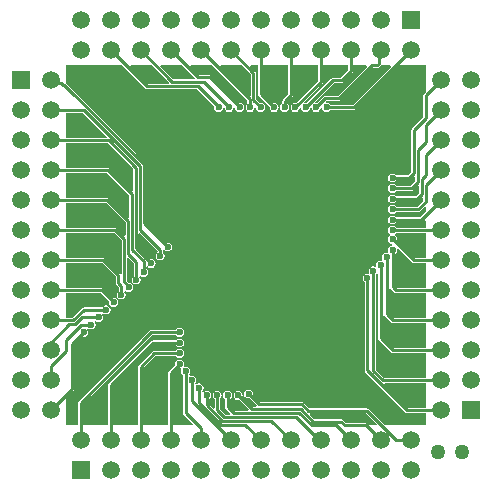
<source format=gbl>
G04*
G04 #@! TF.GenerationSoftware,Altium Limited,Altium Designer,19.1.5 (86)*
G04*
G04 Layer_Physical_Order=2*
G04 Layer_Color=16711680*
%FSLAX25Y25*%
%MOIN*%
G70*
G01*
G75*
%ADD11C,0.01000*%
%ADD29C,0.05906*%
%ADD30R,0.05906X0.05906*%
%ADD31R,0.05906X0.05906*%
%ADD32C,0.05000*%
%ADD33C,0.02362*%
%ADD34R,0.14992X0.70866*%
G36*
X128384Y139538D02*
X115662Y126816D01*
X108236D01*
X108068Y127068D01*
X107578Y127395D01*
X107128Y127485D01*
X106924Y127827D01*
X106884Y127997D01*
X107021Y128184D01*
X111000D01*
X111000Y128184D01*
X111312Y128246D01*
X111577Y128423D01*
X122338Y139184D01*
X123914D01*
X123914Y139184D01*
X124226Y139246D01*
X124491Y139423D01*
X125068Y140000D01*
X128193D01*
X128384Y139538D01*
D02*
G37*
G36*
X63031Y135816D02*
X62824Y135316D01*
X55838D01*
X51616Y139538D01*
X51807Y140000D01*
X58846D01*
X63031Y135816D01*
D02*
G37*
G36*
X120385Y139538D02*
X110662Y129816D01*
X106500D01*
X106500Y129816D01*
X106188Y129754D01*
X105923Y129577D01*
X103805Y127458D01*
X103709Y127469D01*
X103500Y127510D01*
X103437Y127497D01*
X103322Y127510D01*
X103092Y127939D01*
X109338Y134184D01*
X112000D01*
X112000Y134184D01*
X112312Y134246D01*
X112577Y134423D01*
X115577Y137423D01*
X115754Y137688D01*
X115816Y138000D01*
X115816Y138000D01*
Y140000D01*
X120193D01*
X120385Y139538D01*
D02*
G37*
G36*
X54531Y134316D02*
X54324Y133816D01*
X47338D01*
X41616Y139538D01*
X41807Y140000D01*
X48847D01*
X54531Y134316D01*
D02*
G37*
G36*
X81803Y137043D02*
Y130004D01*
X81341Y129812D01*
X71615Y139538D01*
X71807Y140000D01*
X78847D01*
X81803Y137043D01*
D02*
G37*
G36*
X114184Y138338D02*
X111662Y135816D01*
X109000D01*
X108688Y135754D01*
X108423Y135577D01*
X108423Y135577D01*
X100305Y127458D01*
X100209Y127469D01*
X100000Y127510D01*
X99936Y127497D01*
X99822Y127510D01*
X99592Y127939D01*
X105577Y133923D01*
X105577Y133923D01*
X105754Y134188D01*
X105816Y134500D01*
X105816Y134500D01*
Y140000D01*
X114184D01*
Y138338D01*
D02*
G37*
G36*
X140000Y131154D02*
X139423Y130577D01*
X139246Y130312D01*
X139184Y130000D01*
X139184Y130000D01*
Y122838D01*
X135523Y119177D01*
X135346Y118912D01*
X135284Y118600D01*
X135284Y118600D01*
Y104524D01*
X134076Y103316D01*
X130236D01*
X130068Y103568D01*
X129578Y103895D01*
X129000Y104010D01*
X128422Y103895D01*
X127932Y103568D01*
X127605Y103078D01*
X127490Y102500D01*
X127605Y101922D01*
X127932Y101432D01*
X128422Y101105D01*
X129000Y100990D01*
X129578Y101105D01*
X130068Y101432D01*
X130236Y101684D01*
X134414D01*
X134414Y101684D01*
X134726Y101746D01*
X134991Y101923D01*
X136122Y103055D01*
X136584Y102863D01*
Y101338D01*
X135062Y99816D01*
X130236D01*
X130068Y100068D01*
X129578Y100395D01*
X129000Y100510D01*
X128422Y100395D01*
X127932Y100068D01*
X127605Y99578D01*
X127490Y99000D01*
X127605Y98422D01*
X127932Y97932D01*
X128422Y97605D01*
X129000Y97490D01*
X129578Y97605D01*
X130068Y97932D01*
X130236Y98184D01*
X135400D01*
X135400Y98184D01*
X135712Y98246D01*
X135977Y98423D01*
X137422Y99869D01*
X137884Y99677D01*
Y97538D01*
X136662Y96316D01*
X130236D01*
X130068Y96568D01*
X129578Y96895D01*
X129000Y97010D01*
X128422Y96895D01*
X127932Y96568D01*
X127605Y96078D01*
X127490Y95500D01*
X127605Y94922D01*
X127932Y94432D01*
X128422Y94105D01*
X129000Y93990D01*
X129578Y94105D01*
X130068Y94432D01*
X130236Y94684D01*
X137000D01*
X137000Y94684D01*
X137312Y94746D01*
X137577Y94923D01*
X138722Y96069D01*
X139184Y95877D01*
Y94838D01*
X137162Y92816D01*
X130236D01*
X130068Y93068D01*
X129578Y93395D01*
X129000Y93510D01*
X128422Y93395D01*
X127932Y93068D01*
X127605Y92578D01*
X127490Y92000D01*
X127605Y91422D01*
X127932Y90932D01*
X128422Y90605D01*
X129000Y90490D01*
X129578Y90605D01*
X130068Y90932D01*
X130236Y91184D01*
X137500D01*
X137500Y91184D01*
X137812Y91246D01*
X138077Y91423D01*
X139538Y92884D01*
X140000Y92693D01*
Y91154D01*
X138162Y89316D01*
X130236D01*
X130068Y89568D01*
X129578Y89895D01*
X129000Y90010D01*
X128422Y89895D01*
X127932Y89568D01*
X127605Y89078D01*
X127490Y88500D01*
X127605Y87922D01*
X127932Y87432D01*
X128422Y87105D01*
X129000Y86990D01*
X129578Y87105D01*
X130068Y87432D01*
X130236Y87684D01*
X138500D01*
X138500Y87684D01*
X138812Y87746D01*
X139077Y87923D01*
X139538Y88384D01*
X140000Y88193D01*
Y85816D01*
X130236D01*
X130068Y86068D01*
X129578Y86395D01*
X129000Y86510D01*
X128422Y86395D01*
X127932Y86068D01*
X127605Y85578D01*
X127490Y85000D01*
X127605Y84422D01*
X127932Y83932D01*
X128129Y83801D01*
Y83199D01*
X127932Y83068D01*
X127605Y82578D01*
X127490Y82000D01*
X127605Y81422D01*
X127932Y80932D01*
X128422Y80605D01*
X128881Y80514D01*
X128892Y80498D01*
X128672Y79945D01*
X128422Y79895D01*
X127932Y79568D01*
X127605Y79078D01*
X127490Y78500D01*
X127605Y77922D01*
X127622Y77896D01*
X127322Y77446D01*
X127000Y77510D01*
X126422Y77395D01*
X125932Y77068D01*
X125605Y76578D01*
X125490Y76000D01*
X125605Y75422D01*
X125622Y75396D01*
X125321Y74946D01*
X125000Y75010D01*
X124422Y74895D01*
X123932Y74568D01*
X123605Y74078D01*
X123490Y73500D01*
X123554Y73178D01*
X123104Y72878D01*
X123078Y72895D01*
X122500Y73010D01*
X121922Y72895D01*
X121432Y72568D01*
X121105Y72078D01*
X120990Y71500D01*
X121105Y70922D01*
X121122Y70896D01*
X120821Y70446D01*
X120500Y70510D01*
X119922Y70395D01*
X119432Y70068D01*
X119105Y69578D01*
X118990Y69000D01*
X119105Y68422D01*
X119432Y67932D01*
X119684Y67764D01*
Y38328D01*
X119684Y38328D01*
X119746Y38016D01*
X119923Y37752D01*
X133252Y24423D01*
X133252Y24423D01*
X133516Y24246D01*
X133828Y24184D01*
X140000D01*
Y20000D01*
X126461D01*
X121045Y25415D01*
X120781Y25592D01*
X120469Y25654D01*
X120469Y25654D01*
X101176D01*
X99254Y27577D01*
X98989Y27754D01*
X98677Y27816D01*
X98677Y27816D01*
X84838D01*
X82451Y30203D01*
X82510Y30500D01*
X82395Y31078D01*
X82068Y31568D01*
X81578Y31895D01*
X81000Y32010D01*
X80422Y31895D01*
X79932Y31568D01*
X79605Y31078D01*
X79490Y30500D01*
X79605Y29922D01*
X79932Y29432D01*
X80422Y29105D01*
X81000Y28990D01*
X81297Y29049D01*
X83662Y26685D01*
X83454Y26185D01*
X82469D01*
X78951Y29703D01*
X79010Y30000D01*
X78895Y30578D01*
X78568Y31068D01*
X78078Y31395D01*
X77500Y31510D01*
X76922Y31395D01*
X76432Y31068D01*
X76105Y30578D01*
X75990Y30000D01*
X76105Y29422D01*
X76432Y28932D01*
X76922Y28605D01*
X77500Y28490D01*
X77797Y28549D01*
X81000Y25347D01*
X80808Y24885D01*
X76338D01*
X74816Y26407D01*
Y28764D01*
X75068Y28932D01*
X75395Y29422D01*
X75510Y30000D01*
X75395Y30578D01*
X75068Y31068D01*
X74578Y31395D01*
X74000Y31510D01*
X73422Y31395D01*
X72932Y31068D01*
X72605Y30578D01*
X72490Y30000D01*
X72605Y29422D01*
X72932Y28932D01*
X73184Y28764D01*
Y26069D01*
X73184Y26069D01*
X73246Y25757D01*
X73423Y25493D01*
X74869Y24047D01*
X74677Y23585D01*
X73084D01*
X71316Y25353D01*
Y28764D01*
X71568Y28932D01*
X71895Y29422D01*
X72010Y30000D01*
X71895Y30578D01*
X71568Y31068D01*
X71078Y31395D01*
X70500Y31510D01*
X69922Y31395D01*
X69432Y31068D01*
X69105Y30578D01*
X68990Y30000D01*
X69105Y29422D01*
X69432Y28932D01*
X69684Y28764D01*
Y25799D01*
X69222Y25608D01*
X67816Y27015D01*
Y28764D01*
X68068Y28932D01*
X68395Y29422D01*
X68510Y30000D01*
X68395Y30578D01*
X68068Y31068D01*
X67578Y31395D01*
X67000Y31510D01*
X66422Y31395D01*
X66149Y31212D01*
X65943Y31230D01*
X65606Y31411D01*
X65601Y31481D01*
X65895Y31922D01*
X66010Y32500D01*
X65895Y33078D01*
X65568Y33568D01*
X65078Y33895D01*
X64500Y34010D01*
X63922Y33895D01*
X63649Y33712D01*
X63442Y33730D01*
X63106Y33911D01*
X63101Y33981D01*
X63395Y34422D01*
X63510Y35000D01*
X63395Y35578D01*
X63068Y36068D01*
X62578Y36395D01*
X62000Y36510D01*
X61652Y36441D01*
X61154Y36713D01*
X61098Y36780D01*
X61092Y36810D01*
X61113Y36999D01*
X61395Y37422D01*
X61510Y38000D01*
X61395Y38578D01*
X61068Y39068D01*
X60578Y39395D01*
X60000Y39510D01*
X59679Y39446D01*
X59378Y39896D01*
X59395Y39922D01*
X59510Y40500D01*
X59395Y41078D01*
X59068Y41568D01*
X58578Y41895D01*
X58000Y42010D01*
X57422Y41895D01*
X56932Y41568D01*
X56605Y41078D01*
X56490Y40500D01*
X56549Y40203D01*
X54423Y38077D01*
X54246Y37812D01*
X54184Y37500D01*
X54184Y37500D01*
Y20000D01*
X45816D01*
Y39162D01*
X49838Y43184D01*
X56764D01*
X56932Y42932D01*
X57422Y42605D01*
X58000Y42490D01*
X58578Y42605D01*
X59068Y42932D01*
X59395Y43422D01*
X59510Y44000D01*
X59395Y44578D01*
X59068Y45068D01*
X58578Y45395D01*
X58000Y45510D01*
X57422Y45395D01*
X56932Y45068D01*
X56764Y44816D01*
X49500D01*
X49500Y44816D01*
X49188Y44754D01*
X48923Y44577D01*
X44423Y40077D01*
X44246Y39812D01*
X44184Y39500D01*
X44184Y39500D01*
Y20000D01*
X35816D01*
Y33162D01*
X49338Y46684D01*
X56764D01*
X56932Y46432D01*
X57422Y46105D01*
X58000Y45990D01*
X58578Y46105D01*
X59068Y46432D01*
X59395Y46922D01*
X59510Y47500D01*
X59395Y48078D01*
X59068Y48568D01*
X58578Y48895D01*
X58000Y49010D01*
X57422Y48895D01*
X56932Y48568D01*
X56764Y48316D01*
X49000D01*
X49000Y48316D01*
X48688Y48254D01*
X48423Y48077D01*
X34423Y34077D01*
X34246Y33812D01*
X34184Y33500D01*
X34184Y33500D01*
Y20000D01*
X25816D01*
Y27162D01*
X48838Y50184D01*
X56764D01*
X56932Y49932D01*
X57422Y49605D01*
X58000Y49490D01*
X58578Y49605D01*
X59068Y49932D01*
X59395Y50422D01*
X59510Y51000D01*
X59395Y51578D01*
X59068Y52068D01*
X58578Y52395D01*
X58000Y52510D01*
X57422Y52395D01*
X56932Y52068D01*
X56764Y51816D01*
X48500D01*
X48500Y51816D01*
X48188Y51754D01*
X47923Y51577D01*
X47923Y51577D01*
X24423Y28077D01*
X24246Y27812D01*
X24184Y27500D01*
X24184Y27500D01*
Y20000D01*
X20000D01*
Y28846D01*
X22577Y31423D01*
X22577Y31423D01*
X22754Y31688D01*
X22816Y32000D01*
Y46662D01*
X25703Y49549D01*
X26000Y49490D01*
X26578Y49605D01*
X27068Y49932D01*
X27395Y50422D01*
X27510Y51000D01*
X27395Y51578D01*
X27212Y51851D01*
X27230Y52057D01*
X27411Y52394D01*
X27481Y52399D01*
X27922Y52105D01*
X28500Y51990D01*
X29078Y52105D01*
X29568Y52432D01*
X29895Y52922D01*
X30010Y53500D01*
X29895Y54078D01*
X29712Y54351D01*
X29730Y54558D01*
X29911Y54894D01*
X29981Y54899D01*
X30422Y54605D01*
X31000Y54490D01*
X31578Y54605D01*
X32068Y54932D01*
X32395Y55422D01*
X32510Y56000D01*
X32395Y56578D01*
X32212Y56851D01*
X32230Y57057D01*
X32411Y57394D01*
X32481Y57399D01*
X32922Y57105D01*
X33500Y56990D01*
X34078Y57105D01*
X34568Y57432D01*
X34895Y57922D01*
X35010Y58500D01*
X34895Y59078D01*
X34568Y59568D01*
X34078Y59895D01*
X33500Y60010D01*
X32922Y59895D01*
X32432Y59568D01*
X32264Y59316D01*
X26015D01*
X26015Y59316D01*
X25703Y59254D01*
X25439Y59077D01*
X25439Y59077D01*
X22177Y55816D01*
X20000D01*
Y64184D01*
X31662D01*
X34549Y61297D01*
X34490Y61000D01*
X34605Y60422D01*
X34932Y59932D01*
X35422Y59605D01*
X36000Y59490D01*
X36578Y59605D01*
X37068Y59932D01*
X37395Y60422D01*
X37510Y61000D01*
X37395Y61578D01*
X37068Y62068D01*
X36578Y62395D01*
X36000Y62510D01*
X35703Y62451D01*
X32577Y65577D01*
X32312Y65754D01*
X32000Y65816D01*
X32000Y65816D01*
X20000D01*
Y74184D01*
X32162D01*
X36684Y69662D01*
Y67434D01*
X36684Y67434D01*
X36746Y67122D01*
X36923Y66857D01*
X37684Y66097D01*
Y64736D01*
X37432Y64568D01*
X37105Y64078D01*
X36990Y63500D01*
X37105Y62922D01*
X37432Y62432D01*
X37922Y62105D01*
X38500Y61990D01*
X39078Y62105D01*
X39568Y62432D01*
X39895Y62922D01*
X40010Y63500D01*
X39895Y64078D01*
X39601Y64519D01*
X39606Y64589D01*
X39942Y64770D01*
X40149Y64788D01*
X40422Y64605D01*
X41000Y64490D01*
X41578Y64605D01*
X42068Y64932D01*
X42395Y65422D01*
X42510Y66000D01*
X42395Y66578D01*
X42068Y67068D01*
X41578Y67395D01*
X41015Y67507D01*
X40316Y68207D01*
Y75737D01*
X40778Y75929D01*
X42684Y74022D01*
Y69736D01*
X42432Y69568D01*
X42105Y69078D01*
X41990Y68500D01*
X42105Y67922D01*
X42432Y67432D01*
X42922Y67105D01*
X43500Y66990D01*
X44078Y67105D01*
X44568Y67432D01*
X44895Y67922D01*
X45010Y68500D01*
X44895Y69078D01*
X44601Y69519D01*
X44606Y69589D01*
X44943Y69770D01*
X45149Y69788D01*
X45422Y69605D01*
X46000Y69490D01*
X46578Y69605D01*
X47068Y69932D01*
X47395Y70422D01*
X47510Y71000D01*
X47395Y71578D01*
X47068Y72068D01*
X46816Y72236D01*
Y72955D01*
X47316Y73107D01*
X47432Y72932D01*
X47922Y72605D01*
X48500Y72490D01*
X49078Y72605D01*
X49568Y72932D01*
X49895Y73422D01*
X50010Y74000D01*
X49895Y74578D01*
X49568Y75068D01*
X49078Y75395D01*
X48500Y75510D01*
X48203Y75451D01*
X44216Y79438D01*
Y83978D01*
X44678Y84169D01*
X50647Y78200D01*
X50616Y77691D01*
X50432Y77568D01*
X50105Y77078D01*
X49990Y76500D01*
X50105Y75922D01*
X50432Y75432D01*
X50922Y75105D01*
X51500Y74990D01*
X52078Y75105D01*
X52568Y75432D01*
X52895Y75922D01*
X53010Y76500D01*
X52895Y77078D01*
X52568Y77568D01*
X52316Y77736D01*
Y78455D01*
X52357Y78490D01*
X52885Y78503D01*
X52932Y78432D01*
X53422Y78105D01*
X54000Y77990D01*
X54578Y78105D01*
X55068Y78432D01*
X55395Y78922D01*
X55510Y79500D01*
X55395Y80078D01*
X55068Y80568D01*
X54578Y80895D01*
X54000Y81010D01*
X53703Y80951D01*
X46816Y87838D01*
Y107000D01*
X46816Y107000D01*
X46754Y107312D01*
X46577Y107577D01*
X20077Y134077D01*
X20000Y134128D01*
Y140000D01*
X38846D01*
X46423Y132423D01*
X46423Y132423D01*
X46688Y132246D01*
X47000Y132184D01*
X63662D01*
X69549Y126297D01*
X69490Y126000D01*
X69605Y125422D01*
X69932Y124932D01*
X70422Y124605D01*
X71000Y124490D01*
X71578Y124605D01*
X72068Y124932D01*
X72395Y125422D01*
X72445Y125672D01*
X72998Y125892D01*
X73014Y125881D01*
X73105Y125422D01*
X73432Y124932D01*
X73922Y124605D01*
X74500Y124490D01*
X75078Y124605D01*
X75568Y124932D01*
X75895Y125422D01*
X75945Y125672D01*
X76498Y125892D01*
X76514Y125881D01*
X76605Y125422D01*
X76932Y124932D01*
X77422Y124605D01*
X78000Y124490D01*
X78578Y124605D01*
X79068Y124932D01*
X79395Y125422D01*
X79510Y126000D01*
X79395Y126578D01*
X79068Y127068D01*
X78578Y127395D01*
X78000Y127510D01*
X77703Y127451D01*
X68577Y136577D01*
X68312Y136754D01*
X68000Y136816D01*
X68000Y136816D01*
X64338D01*
X61616Y139538D01*
X61807Y140000D01*
X68846D01*
X80503Y128343D01*
Y127115D01*
X80432Y127068D01*
X80105Y126578D01*
X79990Y126000D01*
X80105Y125422D01*
X80432Y124932D01*
X80922Y124605D01*
X81500Y124490D01*
X82078Y124605D01*
X82568Y124932D01*
X82895Y125422D01*
X82945Y125672D01*
X83498Y125892D01*
X83514Y125881D01*
X83605Y125422D01*
X83932Y124932D01*
X84422Y124605D01*
X85000Y124490D01*
X85578Y124605D01*
X86068Y124932D01*
X86395Y125422D01*
X86510Y126000D01*
X86395Y126578D01*
X86068Y127068D01*
X85578Y127395D01*
X85000Y127510D01*
X84703Y127451D01*
X83435Y128719D01*
Y137381D01*
X83372Y137693D01*
X83196Y137958D01*
X83196Y137958D01*
X81616Y139538D01*
X81807Y140000D01*
X84184D01*
Y130500D01*
X84184Y130500D01*
X84246Y130188D01*
X84423Y129923D01*
X88049Y126297D01*
X87990Y126000D01*
X88105Y125422D01*
X88432Y124932D01*
X88922Y124605D01*
X89500Y124490D01*
X90078Y124605D01*
X90568Y124932D01*
X90895Y125422D01*
X91010Y126000D01*
X90895Y126578D01*
X90568Y127068D01*
X90078Y127395D01*
X89500Y127510D01*
X89203Y127451D01*
X85816Y130838D01*
Y140000D01*
X94184D01*
Y130338D01*
X92423Y128577D01*
X92246Y128312D01*
X92184Y128000D01*
X92184Y128000D01*
Y127236D01*
X91932Y127068D01*
X91605Y126578D01*
X91490Y126000D01*
X91605Y125422D01*
X91932Y124932D01*
X92422Y124605D01*
X93000Y124490D01*
X93578Y124605D01*
X94068Y124932D01*
X94395Y125422D01*
X94510Y126000D01*
X94395Y126578D01*
X94068Y127068D01*
X93884Y127190D01*
X93853Y127700D01*
X95577Y129423D01*
X95577Y129423D01*
X95754Y129688D01*
X95816Y130000D01*
X95816Y130000D01*
Y140000D01*
X104184D01*
Y134838D01*
X96797Y127451D01*
X96500Y127510D01*
X95922Y127395D01*
X95432Y127068D01*
X95105Y126578D01*
X94990Y126000D01*
X95105Y125422D01*
X95432Y124932D01*
X95922Y124605D01*
X96500Y124490D01*
X97078Y124605D01*
X97568Y124932D01*
X97895Y125422D01*
X97986Y125881D01*
X98002Y125892D01*
X98555Y125672D01*
X98605Y125422D01*
X98932Y124932D01*
X99422Y124605D01*
X100000Y124490D01*
X100578Y124605D01*
X101068Y124932D01*
X101395Y125422D01*
X101486Y125881D01*
X101502Y125892D01*
X102055Y125672D01*
X102105Y125422D01*
X102432Y124932D01*
X102922Y124605D01*
X103500Y124490D01*
X104078Y124605D01*
X104568Y124932D01*
X104895Y125422D01*
X104986Y125881D01*
X105002Y125892D01*
X105555Y125672D01*
X105605Y125422D01*
X105932Y124932D01*
X106422Y124605D01*
X107000Y124490D01*
X107578Y124605D01*
X108068Y124932D01*
X108236Y125184D01*
X116000D01*
X116000Y125184D01*
X116312Y125246D01*
X116577Y125423D01*
X131154Y140000D01*
X140000D01*
Y131154D01*
D02*
G37*
G36*
X33730Y116278D02*
X33539Y115816D01*
X20000D01*
Y124184D01*
X25824D01*
X33730Y116278D01*
D02*
G37*
G36*
X42584Y105585D02*
Y98322D01*
X42122Y98131D01*
X34677Y105577D01*
X34412Y105754D01*
X34100Y105816D01*
X34100Y105816D01*
X20000D01*
Y114184D01*
X33985D01*
X42584Y105585D01*
D02*
G37*
G36*
X41284Y96662D02*
Y89323D01*
X40822Y89131D01*
X34377Y95577D01*
X34112Y95754D01*
X33800Y95816D01*
X33800Y95816D01*
X20000D01*
Y104184D01*
X33762D01*
X41284Y96662D01*
D02*
G37*
G36*
X39984Y87662D02*
Y83323D01*
X39522Y83131D01*
X37077Y85577D01*
X36812Y85754D01*
X36500Y85816D01*
X36500Y85816D01*
X20000D01*
Y94184D01*
X33462D01*
X39984Y87662D01*
D02*
G37*
G36*
X140000Y75816D02*
X136338D01*
X130451Y81703D01*
X130510Y82000D01*
X130395Y82578D01*
X130068Y83068D01*
X129871Y83199D01*
Y83801D01*
X130068Y83932D01*
X130236Y84184D01*
X140000D01*
Y75816D01*
D02*
G37*
G36*
X38684Y81662D02*
Y70515D01*
X38184Y70416D01*
X38077Y70577D01*
X38077Y70577D01*
X33077Y75577D01*
X32812Y75754D01*
X32500Y75816D01*
X32500Y75816D01*
X20000D01*
Y84184D01*
X36162D01*
X38684Y81662D01*
D02*
G37*
G36*
X135423Y74423D02*
X135423Y74423D01*
X135688Y74246D01*
X136000Y74184D01*
X140000D01*
Y65816D01*
X130338D01*
X129816Y66338D01*
Y77264D01*
X130068Y77432D01*
X130395Y77922D01*
X130510Y78500D01*
X130478Y78661D01*
X130939Y78908D01*
X135423Y74423D01*
D02*
G37*
G36*
X128423Y65423D02*
X129423Y64423D01*
X129423Y64423D01*
X129688Y64246D01*
X130000Y64184D01*
X140000D01*
Y55816D01*
X129338D01*
X127816Y57338D01*
Y65486D01*
X128316Y65584D01*
X128423Y65423D01*
D02*
G37*
G36*
X126423Y56423D02*
X128423Y54423D01*
X128423Y54423D01*
X128688Y54246D01*
X129000Y54184D01*
X129000Y54184D01*
X140000D01*
Y45816D01*
X129338D01*
X125816Y49338D01*
Y56485D01*
X126316Y56584D01*
X126423Y56423D01*
D02*
G37*
G36*
X58622Y38604D02*
X58605Y38578D01*
X58490Y38000D01*
X58605Y37422D01*
X58932Y36932D01*
X59184Y36764D01*
Y24000D01*
X59184Y24000D01*
X59246Y23688D01*
X59423Y23423D01*
X62384Y20462D01*
X62193Y20000D01*
X55816D01*
Y37162D01*
X57703Y39049D01*
X58000Y38990D01*
X58321Y39054D01*
X58622Y38604D01*
D02*
G37*
G36*
X124184Y70455D02*
Y49000D01*
X124184Y49000D01*
X124246Y48688D01*
X124423Y48423D01*
X128423Y44423D01*
X128423Y44423D01*
X128688Y44246D01*
X129000Y44184D01*
X140000D01*
Y35816D01*
X126005D01*
X123316Y38505D01*
Y70264D01*
X123568Y70432D01*
X123684Y70607D01*
X124184Y70455D01*
D02*
G37*
G36*
X140000Y25816D02*
X134166D01*
X126260Y33722D01*
X126451Y34184D01*
X140000D01*
Y25816D01*
D02*
G37*
G36*
X123692Y20462D02*
X123500Y20000D01*
X121153D01*
X120577Y20577D01*
X120312Y20754D01*
X120000Y20816D01*
X120000Y20816D01*
X113338D01*
X112277Y21877D01*
X112012Y22054D01*
X111700Y22116D01*
X111700Y22116D01*
X102876D01*
X101431Y23561D01*
X101622Y24023D01*
X120131D01*
X123692Y20462D01*
D02*
G37*
%LPC*%
G36*
X85618Y110435D02*
X85040Y110321D01*
X84550Y109993D01*
X84490Y109903D01*
X83990D01*
X83930Y109993D01*
X83440Y110321D01*
X82862Y110435D01*
X82284Y110321D01*
X81794Y109993D01*
X81734Y109903D01*
X81234D01*
X81174Y109993D01*
X80684Y110321D01*
X80106Y110435D01*
X79528Y110321D01*
X79039Y109993D01*
X78978Y109903D01*
X78478D01*
X78418Y109993D01*
X77928Y110321D01*
X77350Y110435D01*
X76772Y110321D01*
X76283Y109993D01*
X76222Y109903D01*
X75722D01*
X75662Y109993D01*
X75172Y110321D01*
X74594Y110435D01*
X74016Y110321D01*
X73527Y109993D01*
X73199Y109503D01*
X73084Y108925D01*
X73199Y108347D01*
X73527Y107858D01*
X73617Y107797D01*
Y107297D01*
X73527Y107237D01*
X73199Y106747D01*
X73084Y106169D01*
X73199Y105591D01*
X73527Y105102D01*
X73616Y105042D01*
Y104542D01*
X73527Y104481D01*
X73199Y103991D01*
X73084Y103414D01*
X73199Y102836D01*
X73527Y102346D01*
X73617Y102286D01*
Y101786D01*
X73527Y101725D01*
X73199Y101235D01*
X73084Y100658D01*
X73199Y100080D01*
X73527Y99590D01*
X73617Y99530D01*
Y99030D01*
X73527Y98969D01*
X73199Y98479D01*
X73084Y97902D01*
X73199Y97324D01*
X73527Y96834D01*
X73625Y96768D01*
Y96268D01*
X73527Y96202D01*
X73199Y95712D01*
X73084Y95134D01*
X73199Y94556D01*
X73527Y94066D01*
X73608Y94012D01*
Y93512D01*
X73527Y93458D01*
X73199Y92968D01*
X73084Y92390D01*
X73199Y91812D01*
X73527Y91322D01*
X73616Y91262D01*
Y90762D01*
X73527Y90702D01*
X73199Y90212D01*
X73084Y89634D01*
X73199Y89056D01*
X73527Y88566D01*
X73625Y88500D01*
Y88000D01*
X73527Y87934D01*
X73199Y87444D01*
X73084Y86866D01*
X73199Y86288D01*
X73527Y85798D01*
X73616Y85738D01*
Y85238D01*
X73527Y85178D01*
X73199Y84688D01*
X73084Y84110D01*
X73199Y83533D01*
X73527Y83043D01*
X73617Y82982D01*
Y82482D01*
X73527Y82422D01*
X73199Y81932D01*
X73084Y81354D01*
X73199Y80777D01*
X73527Y80287D01*
X73616Y80226D01*
Y79726D01*
X73527Y79666D01*
X73199Y79176D01*
X73084Y78599D01*
X73199Y78021D01*
X73527Y77531D01*
X73625Y77465D01*
Y76965D01*
X73527Y76899D01*
X73199Y76409D01*
X73084Y75831D01*
X73199Y75253D01*
X73527Y74763D01*
X73617Y74703D01*
Y74203D01*
X73527Y74143D01*
X73199Y73653D01*
X73084Y73075D01*
X73199Y72497D01*
X73527Y72007D01*
X73616Y71947D01*
Y71447D01*
X73527Y71387D01*
X73199Y70897D01*
X73084Y70319D01*
X73199Y69741D01*
X73527Y69251D01*
X73617Y69191D01*
Y68691D01*
X73527Y68631D01*
X73199Y68141D01*
X73084Y67563D01*
X73199Y66985D01*
X73527Y66495D01*
X73625Y66429D01*
Y65929D01*
X73527Y65863D01*
X73199Y65373D01*
X73084Y64795D01*
X73199Y64218D01*
X73527Y63728D01*
X73617Y63667D01*
Y63167D01*
X73527Y63107D01*
X73199Y62617D01*
X73084Y62039D01*
X73199Y61462D01*
X73527Y60972D01*
X73617Y60911D01*
Y60411D01*
X73527Y60351D01*
X73199Y59861D01*
X73084Y59283D01*
X73199Y58706D01*
X73527Y58216D01*
X73616Y58156D01*
Y57656D01*
X73527Y57595D01*
X73199Y57105D01*
X73084Y56528D01*
X73199Y55950D01*
X73527Y55460D01*
X73625Y55394D01*
Y54894D01*
X73527Y54828D01*
X73199Y54338D01*
X73084Y53760D01*
X73199Y53182D01*
X73527Y52692D01*
X73616Y52632D01*
Y52132D01*
X73527Y52072D01*
X73199Y51582D01*
X73084Y51004D01*
X73199Y50426D01*
X73527Y49936D01*
X74016Y49609D01*
X74594Y49494D01*
X75172Y49609D01*
X75662Y49936D01*
X75722Y50026D01*
X76222D01*
X76283Y49936D01*
X76772Y49609D01*
X77350Y49494D01*
X77928Y49609D01*
X78418Y49936D01*
X78478Y50026D01*
X78978D01*
X79039Y49936D01*
X79528Y49609D01*
X80106Y49494D01*
X80684Y49609D01*
X81174Y49936D01*
X81234Y50026D01*
X81734D01*
X81794Y49936D01*
X82284Y49609D01*
X82862Y49494D01*
X83440Y49609D01*
X83930Y49936D01*
X83990Y50026D01*
X84490D01*
X84550Y49936D01*
X85040Y49609D01*
X85618Y49494D01*
X86196Y49609D01*
X86686Y49936D01*
X87013Y50426D01*
X87128Y51004D01*
X87013Y51582D01*
X86686Y52072D01*
X86596Y52132D01*
Y52632D01*
X86686Y52692D01*
X87013Y53182D01*
X87128Y53760D01*
X87013Y54338D01*
X86686Y54828D01*
X86587Y54894D01*
Y55394D01*
X86686Y55460D01*
X87013Y55950D01*
X87128Y56528D01*
X87013Y57105D01*
X86686Y57595D01*
X86596Y57656D01*
Y58156D01*
X86686Y58216D01*
X87013Y58706D01*
X87128Y59283D01*
X87013Y59861D01*
X86686Y60351D01*
X86596Y60411D01*
Y60911D01*
X86686Y60972D01*
X87013Y61462D01*
X87128Y62039D01*
X87013Y62617D01*
X86686Y63107D01*
X86596Y63167D01*
Y63667D01*
X86686Y63728D01*
X87013Y64218D01*
X87128Y64795D01*
X87013Y65373D01*
X86686Y65863D01*
X86587Y65929D01*
Y66429D01*
X86686Y66495D01*
X87013Y66985D01*
X87128Y67563D01*
X87013Y68141D01*
X86686Y68631D01*
X86596Y68691D01*
Y69191D01*
X86686Y69251D01*
X87013Y69741D01*
X87128Y70319D01*
X87013Y70897D01*
X86686Y71387D01*
X86596Y71447D01*
Y71947D01*
X86686Y72007D01*
X87013Y72497D01*
X87128Y73075D01*
X87013Y73653D01*
X86686Y74143D01*
X86596Y74203D01*
Y74703D01*
X86686Y74763D01*
X87013Y75253D01*
X87128Y75831D01*
X87013Y76409D01*
X86686Y76899D01*
X86587Y76965D01*
Y77465D01*
X86686Y77531D01*
X87013Y78021D01*
X87128Y78599D01*
X87013Y79176D01*
X86686Y79666D01*
X86596Y79726D01*
Y80226D01*
X86686Y80287D01*
X87013Y80777D01*
X87128Y81354D01*
X87013Y81932D01*
X86686Y82422D01*
X86596Y82482D01*
Y82982D01*
X86686Y83043D01*
X87013Y83533D01*
X87128Y84110D01*
X87013Y84688D01*
X86686Y85178D01*
X86596Y85238D01*
Y85738D01*
X86686Y85798D01*
X87013Y86288D01*
X87128Y86866D01*
X87013Y87444D01*
X86686Y87934D01*
X86587Y88000D01*
Y88500D01*
X86686Y88566D01*
X87013Y89056D01*
X87128Y89634D01*
X87013Y90212D01*
X86686Y90702D01*
X86596Y90762D01*
Y91262D01*
X86686Y91322D01*
X87013Y91812D01*
X87128Y92390D01*
X87013Y92968D01*
X86686Y93458D01*
X86605Y93512D01*
Y94012D01*
X86686Y94066D01*
X87013Y94556D01*
X87128Y95134D01*
X87013Y95712D01*
X86686Y96202D01*
X86587Y96268D01*
Y96768D01*
X86686Y96834D01*
X87013Y97324D01*
X87128Y97902D01*
X87013Y98479D01*
X86686Y98969D01*
X86596Y99030D01*
Y99530D01*
X86686Y99590D01*
X87013Y100080D01*
X87128Y100658D01*
X87013Y101235D01*
X86686Y101725D01*
X86596Y101786D01*
Y102286D01*
X86686Y102346D01*
X87013Y102836D01*
X87128Y103414D01*
X87013Y103991D01*
X86686Y104481D01*
X86596Y104542D01*
Y105042D01*
X86686Y105102D01*
X87013Y105591D01*
X87128Y106169D01*
X87013Y106747D01*
X86686Y107237D01*
X86596Y107297D01*
Y107797D01*
X86686Y107858D01*
X87013Y108347D01*
X87128Y108925D01*
X87013Y109503D01*
X86686Y109993D01*
X86196Y110321D01*
X85618Y110435D01*
D02*
G37*
%LPD*%
D11*
X82619Y128381D02*
X85000Y126000D01*
Y130500D02*
X89500Y126000D01*
X85000Y130500D02*
Y145000D01*
X81319Y126181D02*
X81500Y126000D01*
X66000Y134500D02*
X74500Y126000D01*
X68000Y136000D02*
X78000Y126000D01*
X64000Y133000D02*
X71000Y126000D01*
X47000Y133000D02*
X64000D01*
X35000Y145000D02*
X47000Y133000D01*
X81319Y126181D02*
Y128681D01*
X55500Y134500D02*
X66000D01*
X45000Y145000D02*
X55500Y134500D01*
X82619Y128381D02*
Y137381D01*
X75000Y145000D02*
X82619Y137381D01*
X64000Y136000D02*
X68000D01*
X55000Y145000D02*
X64000Y136000D01*
X65000Y145000D02*
X81319Y128681D01*
X93000Y126000D02*
Y128000D01*
X95000Y130000D01*
Y145000D01*
X100000Y126000D02*
X109000Y135000D01*
X96500Y126000D02*
X105000Y134500D01*
Y145000D01*
X109000Y135000D02*
X112000D01*
X106500Y129000D02*
X111000D01*
X103500Y126000D02*
X106500Y129000D01*
X112000Y135000D02*
X115000Y138000D01*
Y145000D01*
X123914Y140000D02*
X124500Y140586D01*
Y144500D01*
X125000Y145000D01*
X122000Y140000D02*
X123914D01*
X111000Y129000D02*
X122000Y140000D01*
X116000Y126000D02*
X135000Y145000D01*
X107000Y126000D02*
X116000D01*
X100838Y24838D02*
X120469D01*
X130307Y15000D01*
X135000D01*
X98677Y27000D02*
X100838Y24838D01*
X84500Y27000D02*
X98677D01*
X81000Y30500D02*
X84500Y27000D01*
X129000Y88500D02*
X138500D01*
X145000Y95000D01*
X129000Y92000D02*
X137500D01*
X140000Y122500D02*
Y130000D01*
X145000Y135000D01*
X136100Y118600D02*
X140000Y122500D01*
X136100Y104186D02*
Y118600D01*
X134414Y102500D02*
X136100Y104186D01*
X129000Y102500D02*
X134414D01*
X140000Y114500D02*
Y120000D01*
X145000Y125000D01*
X137400Y111900D02*
X140000Y114500D01*
X137400Y101000D02*
Y111900D01*
X135400Y99000D02*
X137400Y101000D01*
X129000Y99000D02*
X135400D01*
X140000Y103500D02*
Y110000D01*
X145000Y115000D01*
X138700Y102200D02*
X140000Y103500D01*
X138700Y97200D02*
Y102200D01*
X137000Y95500D02*
X138700Y97200D01*
X129000Y95500D02*
X137000D01*
X140000Y94500D02*
Y100000D01*
X145000Y105000D01*
X137500Y92000D02*
X140000Y94500D01*
X129000Y85000D02*
X145000D01*
X125000Y49000D02*
Y73500D01*
X127000Y57000D02*
Y76000D01*
X122500Y38167D02*
Y71500D01*
X127000Y57000D02*
X129000Y55000D01*
Y66000D02*
Y78500D01*
Y66000D02*
X130000Y65000D01*
X120500Y38328D02*
Y69000D01*
X129000Y82000D02*
X136000Y75000D01*
X145000D01*
X130000Y65000D02*
X145000D01*
X120500Y38328D02*
X133828Y25000D01*
X125000Y49000D02*
X129000Y45000D01*
X122500Y38167D02*
X125667Y35000D01*
X129000Y55000D02*
X145000D01*
X129000Y45000D02*
X145000D01*
X125667Y35000D02*
X145000D01*
X133828Y25000D02*
X145000D01*
X77500Y30000D02*
X82131Y25369D01*
X98469D01*
X113000Y20000D02*
X120000D01*
X125000Y15000D01*
X111700Y21300D02*
X113000Y20000D01*
X102539Y21300D02*
X111700D01*
X98469Y25369D02*
X102539Y21300D01*
X102000Y20000D02*
X110000D01*
X115000Y15000D01*
X97931Y24069D02*
X102000Y20000D01*
X76000Y24069D02*
X97931D01*
X74000Y26069D02*
X76000Y24069D01*
X74000Y26069D02*
Y30000D01*
X104500Y15000D02*
X105000D01*
X96731Y22769D02*
X104500Y15000D01*
X72746Y22769D02*
X96731D01*
X70500Y25015D02*
X72746Y22769D01*
X70500Y25015D02*
Y30000D01*
X67000Y26677D02*
X72208Y21469D01*
X64500Y27338D02*
X71669Y20169D01*
X62000Y28000D02*
X75000Y15000D01*
X72208Y21469D02*
X88531D01*
X95000Y15000D01*
X79831Y20169D02*
X85000Y15000D01*
X67000Y26677D02*
Y30000D01*
X71669Y20169D02*
X79831D01*
X64500Y27338D02*
Y32500D01*
X62000Y28000D02*
Y35000D01*
X60000Y24000D02*
Y38000D01*
Y24000D02*
X65000Y19000D01*
X55000Y15000D02*
Y37500D01*
X58000Y40500D01*
X65000Y15000D02*
Y19000D01*
X49500Y44000D02*
X58000D01*
X49000Y47500D02*
X58000D01*
X48500Y51000D02*
X58000D01*
X45000Y15000D02*
Y39500D01*
X49500Y44000D01*
X35000Y15000D02*
Y33500D01*
X49000Y47500D01*
X25000Y27500D02*
X48500Y51000D01*
X25000Y15000D02*
Y27500D01*
X15000Y25000D02*
X22000Y32000D01*
Y47000D01*
X26000Y51000D01*
X20000Y48500D02*
X25000Y53500D01*
X28500D01*
X20000Y44693D02*
Y48500D01*
X23054Y53700D02*
X25354Y56000D01*
X21200Y53700D02*
X23054D01*
X22515Y55000D02*
X26015Y58500D01*
X15000Y55000D02*
X22515D01*
X25354Y56000D02*
X31000D01*
X26015Y58500D02*
X33500D01*
X15000Y39693D02*
X20000Y44693D01*
X15000Y47500D02*
X21200Y53700D01*
X15000Y45000D02*
Y47500D01*
Y35000D02*
Y39693D01*
X32000Y65000D02*
X36000Y61000D01*
X42100Y78562D02*
Y97000D01*
Y78562D02*
X46000Y74661D01*
Y71000D02*
Y74661D01*
X43400Y79100D02*
Y105923D01*
Y79100D02*
X48500Y74000D01*
X46000Y87500D02*
X54000Y79500D01*
X38500Y63500D02*
Y66434D01*
X15000Y65000D02*
X32000D01*
X15000Y75000D02*
X32500D01*
X37500Y70000D01*
Y67434D02*
Y70000D01*
Y67434D02*
X38500Y66434D01*
X39500Y68198D02*
Y82000D01*
Y67869D02*
X41000Y66369D01*
Y66000D02*
Y66369D01*
X40800Y77060D02*
X43500Y74360D01*
Y68500D02*
Y74360D01*
X40800Y77060D02*
Y88000D01*
X51500Y76500D02*
Y78500D01*
X44700Y85300D02*
X51500Y78500D01*
X36500Y85000D02*
X39500Y82000D01*
X15000Y85000D02*
X36500D01*
X15000Y95000D02*
X33800D01*
X40800Y88000D01*
X34100Y105000D02*
X42100Y97000D01*
X15000Y105000D02*
X34100D01*
X34323Y115000D02*
X43400Y105923D01*
X15000Y115000D02*
X34323D01*
X26162Y125000D02*
X44700Y106462D01*
X15000Y125000D02*
X26162D01*
X44700Y85300D02*
Y106462D01*
X18439Y134061D02*
X19000Y133500D01*
X15939Y134061D02*
X18439D01*
X15000Y135000D02*
X15939Y134061D01*
X19000Y133500D02*
X19500D01*
X46000Y107000D01*
Y87500D02*
Y107000D01*
D29*
X25000Y145000D02*
D03*
X35000D02*
D03*
X45000D02*
D03*
X55000D02*
D03*
X65000D02*
D03*
X75000D02*
D03*
X85000D02*
D03*
X95000D02*
D03*
X105000D02*
D03*
X115000D02*
D03*
X125000D02*
D03*
X135000D02*
D03*
X25000Y155000D02*
D03*
X35000D02*
D03*
X45000D02*
D03*
X55000D02*
D03*
X65000D02*
D03*
X75000D02*
D03*
X85000D02*
D03*
X95000D02*
D03*
X105000D02*
D03*
X115000D02*
D03*
X125000D02*
D03*
X145000Y135000D02*
D03*
Y125000D02*
D03*
Y115000D02*
D03*
Y105000D02*
D03*
Y95000D02*
D03*
Y85000D02*
D03*
Y75000D02*
D03*
Y65000D02*
D03*
Y55000D02*
D03*
Y45000D02*
D03*
Y35000D02*
D03*
Y25000D02*
D03*
X155000Y135000D02*
D03*
Y125000D02*
D03*
Y115000D02*
D03*
Y105000D02*
D03*
Y95000D02*
D03*
Y85000D02*
D03*
Y75000D02*
D03*
Y65000D02*
D03*
Y55000D02*
D03*
Y45000D02*
D03*
Y35000D02*
D03*
X135000Y15000D02*
D03*
X125000D02*
D03*
X115000D02*
D03*
X105000D02*
D03*
X95000D02*
D03*
X85000D02*
D03*
X75000D02*
D03*
X65000D02*
D03*
X55000D02*
D03*
X45000D02*
D03*
X35000D02*
D03*
X25000D02*
D03*
X135000Y5000D02*
D03*
X125000D02*
D03*
X115000D02*
D03*
X105000D02*
D03*
X95000D02*
D03*
X85000D02*
D03*
X75000D02*
D03*
X65000D02*
D03*
X55000D02*
D03*
X45000D02*
D03*
X35000D02*
D03*
X15000Y25000D02*
D03*
Y35000D02*
D03*
Y45000D02*
D03*
Y55000D02*
D03*
Y65000D02*
D03*
Y75000D02*
D03*
Y85000D02*
D03*
Y95000D02*
D03*
Y105000D02*
D03*
Y115000D02*
D03*
Y125000D02*
D03*
Y135000D02*
D03*
X5000Y25000D02*
D03*
Y35000D02*
D03*
Y45000D02*
D03*
Y55000D02*
D03*
Y65000D02*
D03*
Y75000D02*
D03*
Y85000D02*
D03*
Y95000D02*
D03*
Y105000D02*
D03*
Y115000D02*
D03*
Y125000D02*
D03*
D30*
X135000Y155000D02*
D03*
X25000Y5000D02*
D03*
D31*
X155000Y25000D02*
D03*
X5000Y135000D02*
D03*
D32*
X144000Y11000D02*
D03*
X152000D02*
D03*
D33*
X82862Y53760D02*
D03*
X77350Y108925D02*
D03*
X85000Y126000D02*
D03*
X81500D02*
D03*
X74500D02*
D03*
X78000D02*
D03*
X71000D02*
D03*
X89500D02*
D03*
X93000D02*
D03*
X100000D02*
D03*
X96500D02*
D03*
X103500D02*
D03*
X107000D02*
D03*
X129000Y88500D02*
D03*
Y92000D02*
D03*
Y102500D02*
D03*
Y99000D02*
D03*
Y95500D02*
D03*
Y85000D02*
D03*
X125000Y73500D02*
D03*
X122500Y71500D02*
D03*
X120500Y69000D02*
D03*
X129000Y82000D02*
D03*
X127000Y76000D02*
D03*
X129000Y78500D02*
D03*
X81000Y30500D02*
D03*
X77500Y30000D02*
D03*
X74000D02*
D03*
X70500D02*
D03*
X67000D02*
D03*
X64500Y32500D02*
D03*
X62000Y35000D02*
D03*
X60000Y38000D02*
D03*
X58000Y40500D02*
D03*
Y44000D02*
D03*
Y47500D02*
D03*
Y51000D02*
D03*
X26000D02*
D03*
X28500Y53500D02*
D03*
X33500Y58500D02*
D03*
X36000Y61000D02*
D03*
X31000Y56000D02*
D03*
X54000Y79500D02*
D03*
X38500Y63500D02*
D03*
X41000Y66000D02*
D03*
X43500Y68500D02*
D03*
X46000Y71000D02*
D03*
X48500Y74000D02*
D03*
X51500Y76500D02*
D03*
X74594Y106169D02*
D03*
X77350D02*
D03*
X82862D02*
D03*
X85618D02*
D03*
X80106D02*
D03*
X74594Y103414D02*
D03*
X77350D02*
D03*
X82862D02*
D03*
X85618D02*
D03*
X80106D02*
D03*
X74594Y108925D02*
D03*
X82862D02*
D03*
X85618D02*
D03*
X80106D02*
D03*
Y100658D02*
D03*
X85618D02*
D03*
X82862D02*
D03*
X77350D02*
D03*
X74594D02*
D03*
Y92390D02*
D03*
X77350D02*
D03*
X82862D02*
D03*
X85618D02*
D03*
X80106D02*
D03*
Y89634D02*
D03*
X85618D02*
D03*
X82862D02*
D03*
X77350D02*
D03*
X74594D02*
D03*
X80106Y86866D02*
D03*
X85618D02*
D03*
X82862D02*
D03*
X77350D02*
D03*
X74594D02*
D03*
Y81354D02*
D03*
X77350D02*
D03*
X82862D02*
D03*
X85618D02*
D03*
X80106D02*
D03*
Y78599D02*
D03*
X85618D02*
D03*
X82862D02*
D03*
X77350D02*
D03*
X74594D02*
D03*
Y73075D02*
D03*
X77350D02*
D03*
X82862D02*
D03*
X85618D02*
D03*
X80106D02*
D03*
Y75831D02*
D03*
X85618D02*
D03*
X82862D02*
D03*
X77350D02*
D03*
X74594D02*
D03*
Y95134D02*
D03*
X77350D02*
D03*
X82862D02*
D03*
X85618D02*
D03*
X80106D02*
D03*
Y84110D02*
D03*
X85618D02*
D03*
X82862D02*
D03*
X77350D02*
D03*
X74594D02*
D03*
Y97902D02*
D03*
X77350D02*
D03*
X82862D02*
D03*
X85618D02*
D03*
X80106D02*
D03*
Y100658D02*
D03*
X85618D02*
D03*
X82862D02*
D03*
X77350D02*
D03*
X74594D02*
D03*
Y70319D02*
D03*
X77350D02*
D03*
X82862D02*
D03*
X85618D02*
D03*
X80106D02*
D03*
Y67563D02*
D03*
X85618D02*
D03*
X82862D02*
D03*
X77350D02*
D03*
X74594D02*
D03*
Y62039D02*
D03*
X77350D02*
D03*
X82862D02*
D03*
X85618D02*
D03*
X80106D02*
D03*
Y64795D02*
D03*
X85618D02*
D03*
X82862D02*
D03*
X77350D02*
D03*
X74594D02*
D03*
Y53760D02*
D03*
X77350D02*
D03*
X85618D02*
D03*
X80106D02*
D03*
Y51004D02*
D03*
X85618D02*
D03*
X82862D02*
D03*
X77350D02*
D03*
X74594D02*
D03*
Y56528D02*
D03*
X77350D02*
D03*
X82862D02*
D03*
X85618D02*
D03*
X80106D02*
D03*
Y59283D02*
D03*
X85618D02*
D03*
X82862D02*
D03*
X77350D02*
D03*
X74594D02*
D03*
D34*
X80000Y80000D02*
D03*
M02*

</source>
